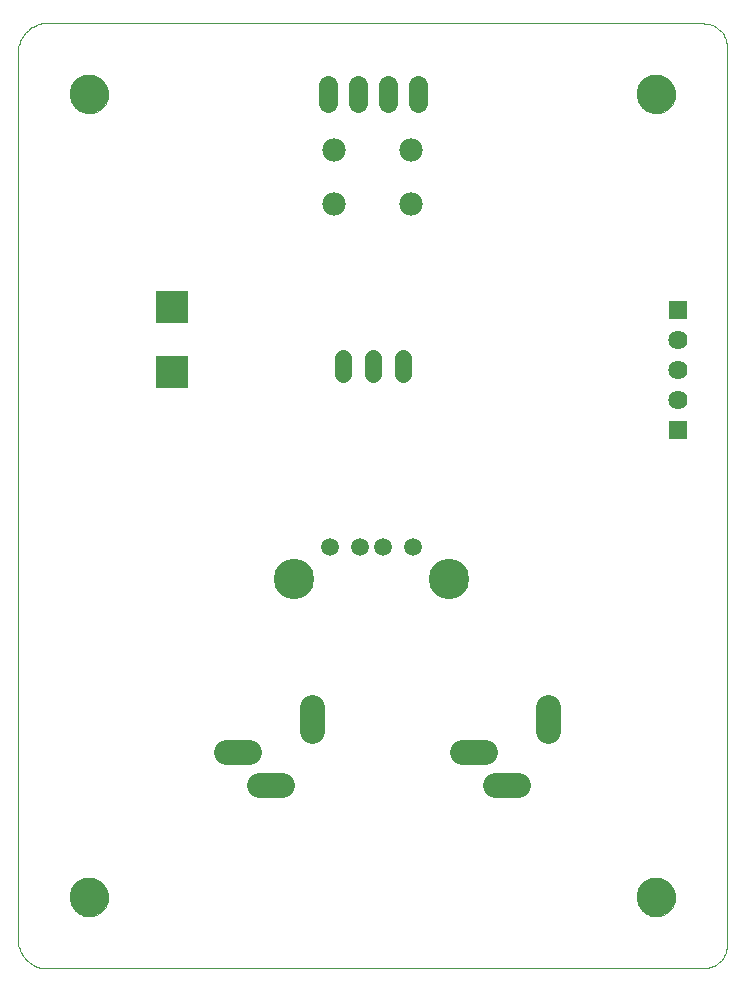
<source format=gbs>
G75*
G70*
%OFA0B0*%
%FSLAX24Y24*%
%IPPOS*%
%LPD*%
%AMOC8*
5,1,8,0,0,1.08239X$1,22.5*
%
%ADD10C,0.0000*%
%ADD11C,0.0827*%
%ADD12C,0.1346*%
%ADD13C,0.0594*%
%ADD14C,0.0560*%
%ADD15R,0.0640X0.0640*%
%ADD16C,0.0640*%
%ADD17C,0.1300*%
%ADD18R,0.1103X0.1103*%
%ADD19C,0.0780*%
%ADD20C,0.0640*%
D10*
X015719Y008027D02*
X015719Y037160D01*
X015718Y037160D02*
X015708Y037220D01*
X015702Y037280D01*
X015699Y037341D01*
X015700Y037401D01*
X015704Y037462D01*
X015713Y037522D01*
X015724Y037581D01*
X015740Y037640D01*
X015759Y037698D01*
X015781Y037754D01*
X015807Y037809D01*
X015836Y037862D01*
X015868Y037914D01*
X015903Y037963D01*
X015941Y038011D01*
X015982Y038055D01*
X016025Y038098D01*
X016071Y038137D01*
X016119Y038174D01*
X016170Y038208D01*
X016222Y038238D01*
X016276Y038266D01*
X016332Y038290D01*
X016389Y038311D01*
X016447Y038328D01*
X016506Y038342D01*
X038553Y038342D01*
X038553Y038341D02*
X038607Y038339D01*
X038660Y038334D01*
X038713Y038325D01*
X038765Y038312D01*
X038817Y038296D01*
X038867Y038276D01*
X038915Y038253D01*
X038962Y038226D01*
X039007Y038197D01*
X039050Y038164D01*
X039090Y038129D01*
X039128Y038091D01*
X039163Y038051D01*
X039196Y038008D01*
X039225Y037963D01*
X039252Y037916D01*
X039275Y037868D01*
X039295Y037818D01*
X039311Y037766D01*
X039324Y037714D01*
X039333Y037661D01*
X039338Y037608D01*
X039340Y037554D01*
X039341Y037554D02*
X039341Y007633D01*
X039340Y007633D02*
X039338Y007579D01*
X039333Y007526D01*
X039324Y007473D01*
X039311Y007421D01*
X039295Y007369D01*
X039275Y007319D01*
X039252Y007271D01*
X039225Y007224D01*
X039196Y007179D01*
X039163Y007136D01*
X039128Y007096D01*
X039090Y007058D01*
X039050Y007023D01*
X039007Y006990D01*
X038962Y006961D01*
X038915Y006934D01*
X038867Y006911D01*
X038817Y006891D01*
X038765Y006875D01*
X038713Y006862D01*
X038660Y006853D01*
X038607Y006848D01*
X038553Y006846D01*
X016506Y006846D01*
X016506Y006845D02*
X016447Y006859D01*
X016389Y006876D01*
X016332Y006897D01*
X016276Y006921D01*
X016222Y006949D01*
X016170Y006979D01*
X016119Y007013D01*
X016071Y007050D01*
X016025Y007089D01*
X015982Y007132D01*
X015941Y007176D01*
X015903Y007224D01*
X015868Y007273D01*
X015836Y007325D01*
X015807Y007378D01*
X015781Y007433D01*
X015759Y007489D01*
X015740Y007547D01*
X015724Y007606D01*
X015713Y007665D01*
X015704Y007725D01*
X015700Y007786D01*
X015699Y007846D01*
X015702Y007907D01*
X015708Y007967D01*
X015718Y008027D01*
X017451Y009208D02*
X017453Y009258D01*
X017459Y009308D01*
X017469Y009357D01*
X017483Y009405D01*
X017500Y009452D01*
X017521Y009497D01*
X017546Y009541D01*
X017574Y009582D01*
X017606Y009621D01*
X017640Y009658D01*
X017677Y009692D01*
X017717Y009722D01*
X017759Y009749D01*
X017803Y009773D01*
X017849Y009794D01*
X017896Y009810D01*
X017944Y009823D01*
X017994Y009832D01*
X018043Y009837D01*
X018094Y009838D01*
X018144Y009835D01*
X018193Y009828D01*
X018242Y009817D01*
X018290Y009802D01*
X018336Y009784D01*
X018381Y009762D01*
X018424Y009736D01*
X018465Y009707D01*
X018504Y009675D01*
X018540Y009640D01*
X018572Y009602D01*
X018602Y009562D01*
X018629Y009519D01*
X018652Y009475D01*
X018671Y009429D01*
X018687Y009381D01*
X018699Y009332D01*
X018707Y009283D01*
X018711Y009233D01*
X018711Y009183D01*
X018707Y009133D01*
X018699Y009084D01*
X018687Y009035D01*
X018671Y008987D01*
X018652Y008941D01*
X018629Y008897D01*
X018602Y008854D01*
X018572Y008814D01*
X018540Y008776D01*
X018504Y008741D01*
X018465Y008709D01*
X018424Y008680D01*
X018381Y008654D01*
X018336Y008632D01*
X018290Y008614D01*
X018242Y008599D01*
X018193Y008588D01*
X018144Y008581D01*
X018094Y008578D01*
X018043Y008579D01*
X017994Y008584D01*
X017944Y008593D01*
X017896Y008606D01*
X017849Y008622D01*
X017803Y008643D01*
X017759Y008667D01*
X017717Y008694D01*
X017677Y008724D01*
X017640Y008758D01*
X017606Y008795D01*
X017574Y008834D01*
X017546Y008875D01*
X017521Y008919D01*
X017500Y008964D01*
X017483Y009011D01*
X017469Y009059D01*
X017459Y009108D01*
X017453Y009158D01*
X017451Y009208D01*
X036349Y009208D02*
X036351Y009258D01*
X036357Y009308D01*
X036367Y009357D01*
X036381Y009405D01*
X036398Y009452D01*
X036419Y009497D01*
X036444Y009541D01*
X036472Y009582D01*
X036504Y009621D01*
X036538Y009658D01*
X036575Y009692D01*
X036615Y009722D01*
X036657Y009749D01*
X036701Y009773D01*
X036747Y009794D01*
X036794Y009810D01*
X036842Y009823D01*
X036892Y009832D01*
X036941Y009837D01*
X036992Y009838D01*
X037042Y009835D01*
X037091Y009828D01*
X037140Y009817D01*
X037188Y009802D01*
X037234Y009784D01*
X037279Y009762D01*
X037322Y009736D01*
X037363Y009707D01*
X037402Y009675D01*
X037438Y009640D01*
X037470Y009602D01*
X037500Y009562D01*
X037527Y009519D01*
X037550Y009475D01*
X037569Y009429D01*
X037585Y009381D01*
X037597Y009332D01*
X037605Y009283D01*
X037609Y009233D01*
X037609Y009183D01*
X037605Y009133D01*
X037597Y009084D01*
X037585Y009035D01*
X037569Y008987D01*
X037550Y008941D01*
X037527Y008897D01*
X037500Y008854D01*
X037470Y008814D01*
X037438Y008776D01*
X037402Y008741D01*
X037363Y008709D01*
X037322Y008680D01*
X037279Y008654D01*
X037234Y008632D01*
X037188Y008614D01*
X037140Y008599D01*
X037091Y008588D01*
X037042Y008581D01*
X036992Y008578D01*
X036941Y008579D01*
X036892Y008584D01*
X036842Y008593D01*
X036794Y008606D01*
X036747Y008622D01*
X036701Y008643D01*
X036657Y008667D01*
X036615Y008694D01*
X036575Y008724D01*
X036538Y008758D01*
X036504Y008795D01*
X036472Y008834D01*
X036444Y008875D01*
X036419Y008919D01*
X036398Y008964D01*
X036381Y009011D01*
X036367Y009059D01*
X036357Y009108D01*
X036351Y009158D01*
X036349Y009208D01*
X036349Y035979D02*
X036351Y036029D01*
X036357Y036079D01*
X036367Y036128D01*
X036381Y036176D01*
X036398Y036223D01*
X036419Y036268D01*
X036444Y036312D01*
X036472Y036353D01*
X036504Y036392D01*
X036538Y036429D01*
X036575Y036463D01*
X036615Y036493D01*
X036657Y036520D01*
X036701Y036544D01*
X036747Y036565D01*
X036794Y036581D01*
X036842Y036594D01*
X036892Y036603D01*
X036941Y036608D01*
X036992Y036609D01*
X037042Y036606D01*
X037091Y036599D01*
X037140Y036588D01*
X037188Y036573D01*
X037234Y036555D01*
X037279Y036533D01*
X037322Y036507D01*
X037363Y036478D01*
X037402Y036446D01*
X037438Y036411D01*
X037470Y036373D01*
X037500Y036333D01*
X037527Y036290D01*
X037550Y036246D01*
X037569Y036200D01*
X037585Y036152D01*
X037597Y036103D01*
X037605Y036054D01*
X037609Y036004D01*
X037609Y035954D01*
X037605Y035904D01*
X037597Y035855D01*
X037585Y035806D01*
X037569Y035758D01*
X037550Y035712D01*
X037527Y035668D01*
X037500Y035625D01*
X037470Y035585D01*
X037438Y035547D01*
X037402Y035512D01*
X037363Y035480D01*
X037322Y035451D01*
X037279Y035425D01*
X037234Y035403D01*
X037188Y035385D01*
X037140Y035370D01*
X037091Y035359D01*
X037042Y035352D01*
X036992Y035349D01*
X036941Y035350D01*
X036892Y035355D01*
X036842Y035364D01*
X036794Y035377D01*
X036747Y035393D01*
X036701Y035414D01*
X036657Y035438D01*
X036615Y035465D01*
X036575Y035495D01*
X036538Y035529D01*
X036504Y035566D01*
X036472Y035605D01*
X036444Y035646D01*
X036419Y035690D01*
X036398Y035735D01*
X036381Y035782D01*
X036367Y035830D01*
X036357Y035879D01*
X036351Y035929D01*
X036349Y035979D01*
X017451Y035979D02*
X017453Y036029D01*
X017459Y036079D01*
X017469Y036128D01*
X017483Y036176D01*
X017500Y036223D01*
X017521Y036268D01*
X017546Y036312D01*
X017574Y036353D01*
X017606Y036392D01*
X017640Y036429D01*
X017677Y036463D01*
X017717Y036493D01*
X017759Y036520D01*
X017803Y036544D01*
X017849Y036565D01*
X017896Y036581D01*
X017944Y036594D01*
X017994Y036603D01*
X018043Y036608D01*
X018094Y036609D01*
X018144Y036606D01*
X018193Y036599D01*
X018242Y036588D01*
X018290Y036573D01*
X018336Y036555D01*
X018381Y036533D01*
X018424Y036507D01*
X018465Y036478D01*
X018504Y036446D01*
X018540Y036411D01*
X018572Y036373D01*
X018602Y036333D01*
X018629Y036290D01*
X018652Y036246D01*
X018671Y036200D01*
X018687Y036152D01*
X018699Y036103D01*
X018707Y036054D01*
X018711Y036004D01*
X018711Y035954D01*
X018707Y035904D01*
X018699Y035855D01*
X018687Y035806D01*
X018671Y035758D01*
X018652Y035712D01*
X018629Y035668D01*
X018602Y035625D01*
X018572Y035585D01*
X018540Y035547D01*
X018504Y035512D01*
X018465Y035480D01*
X018424Y035451D01*
X018381Y035425D01*
X018336Y035403D01*
X018290Y035385D01*
X018242Y035370D01*
X018193Y035359D01*
X018144Y035352D01*
X018094Y035349D01*
X018043Y035350D01*
X017994Y035355D01*
X017944Y035364D01*
X017896Y035377D01*
X017849Y035393D01*
X017803Y035414D01*
X017759Y035438D01*
X017717Y035465D01*
X017677Y035495D01*
X017640Y035529D01*
X017606Y035566D01*
X017574Y035605D01*
X017546Y035646D01*
X017521Y035690D01*
X017500Y035735D01*
X017483Y035782D01*
X017469Y035830D01*
X017459Y035879D01*
X017453Y035929D01*
X017451Y035979D01*
D11*
X025500Y015558D02*
X025500Y014771D01*
X024516Y012960D02*
X023729Y012960D01*
X023414Y014062D02*
X022626Y014062D01*
X030500Y014062D02*
X031288Y014062D01*
X031603Y012960D02*
X032390Y012960D01*
X033374Y014771D02*
X033374Y015558D01*
D12*
X030077Y019834D03*
X024904Y019834D03*
D13*
X026112Y020901D03*
X027097Y020901D03*
X027884Y020901D03*
X028868Y020901D03*
D14*
X028530Y026664D02*
X028530Y027184D01*
X027530Y027184D02*
X027530Y026664D01*
X026530Y026664D02*
X026530Y027184D01*
D15*
X037715Y028790D03*
X037715Y024790D03*
D16*
X037715Y025790D03*
X037715Y026790D03*
X037715Y027790D03*
D17*
X036979Y035979D03*
X018081Y035979D03*
X018081Y009208D03*
X036979Y009208D03*
D18*
X020837Y026727D03*
X020837Y028893D03*
D19*
X026250Y032333D03*
X026250Y034113D03*
X028810Y034113D03*
X028810Y032333D03*
D20*
X029030Y035679D02*
X029030Y036279D01*
X028030Y036279D02*
X028030Y035679D01*
X027030Y035679D02*
X027030Y036279D01*
X026030Y036279D02*
X026030Y035679D01*
M02*

</source>
